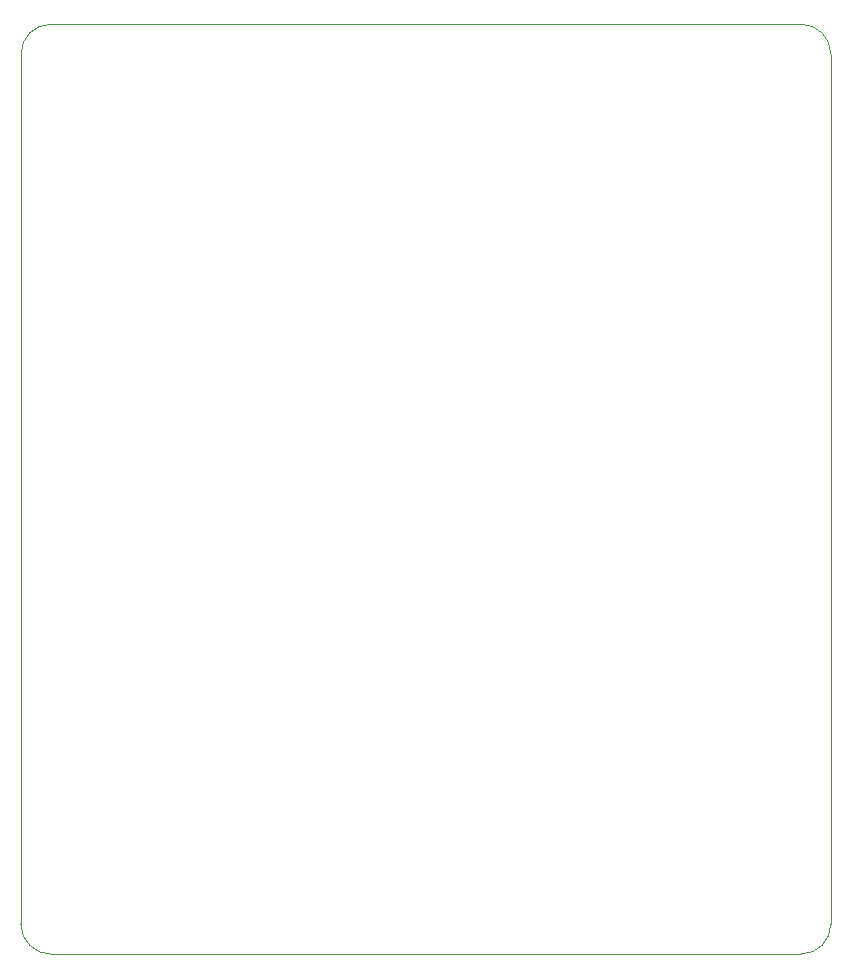
<source format=gm1>
G04 #@! TF.GenerationSoftware,KiCad,Pcbnew,(6.0.7)*
G04 #@! TF.CreationDate,2022-11-10T23:39:13-08:00*
G04 #@! TF.ProjectId,Gimbal,47696d62-616c-42e6-9b69-6361645f7063,rev?*
G04 #@! TF.SameCoordinates,Original*
G04 #@! TF.FileFunction,Profile,NP*
%FSLAX46Y46*%
G04 Gerber Fmt 4.6, Leading zero omitted, Abs format (unit mm)*
G04 Created by KiCad (PCBNEW (6.0.7)) date 2022-11-10 23:39:13*
%MOMM*%
%LPD*%
G01*
G04 APERTURE LIST*
G04 #@! TA.AperFunction,Profile*
%ADD10C,0.100000*%
G04 #@! TD*
G04 APERTURE END LIST*
D10*
X116840000Y-124460000D02*
X180340000Y-124460000D01*
X114300000Y-121920000D02*
X114300000Y-48260000D01*
X116840000Y-45720000D02*
G75*
G03*
X114300000Y-48260000I0J-2540000D01*
G01*
X114300000Y-121920000D02*
G75*
G03*
X116840000Y-124460000I2540000J0D01*
G01*
X182880000Y-121920000D02*
X182880000Y-48260000D01*
X182880000Y-48260000D02*
G75*
G03*
X180340000Y-45720000I-2540000J0D01*
G01*
X180340000Y-45720000D02*
X116840000Y-45720000D01*
X180340000Y-124460000D02*
G75*
G03*
X182880000Y-121920000I0J2540000D01*
G01*
M02*

</source>
